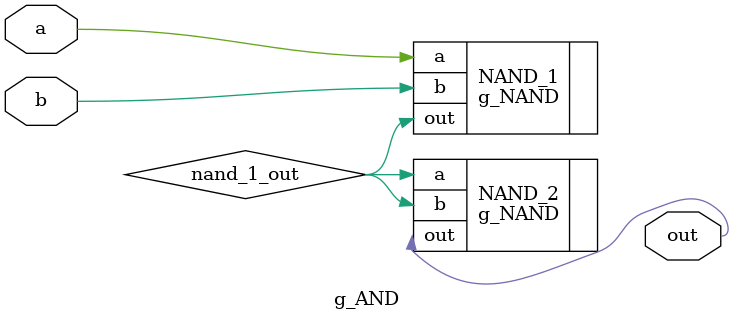
<source format=v>

module g_AND
(
    input  a, b,
    output out
);

wire nand_1_out;

g_NAND NAND_1 ( .a(a),          .b(b),          .out(nand_1_out) );
g_NAND NAND_2 ( .a(nand_1_out), .b(nand_1_out), .out(out) );

endmodule

</source>
